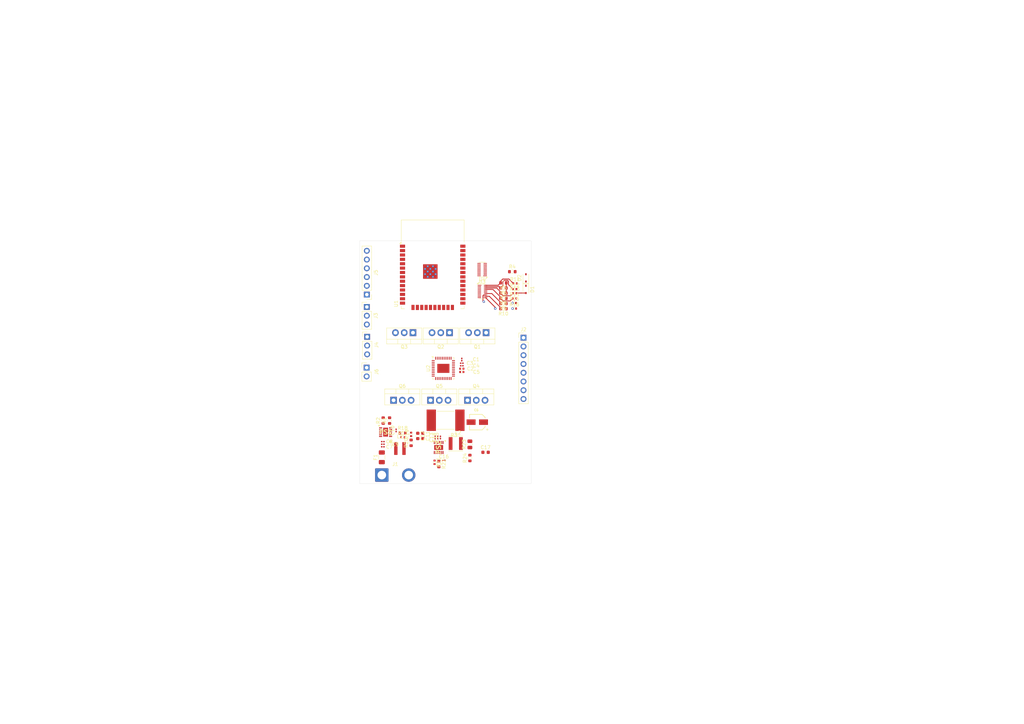
<source format=kicad_pcb>
(kicad_pcb (version 20241229) (generator "pcbnew") (generator_version "9.0")
  (layers (0 "F.Cu" mixed) (4 "In1.Cu" mixed) (6 "In2.Cu" mixed) (8 "In3.Cu" signal) (10 "In4.Cu" signal) (2 "B.Cu" mixed) (13 "F.Paste" user) (15 "B.Paste" user) (5 "F.SilkS" user "F.Silkscreen") (7 "B.SilkS" user "B.Silkscreen") (1 "F.Mask" user) (3 "B.Mask" user) (25 "Edge.Cuts" user))
  (net 0 "")
  (net 1 "/Motor/Motor IC PWR/CP1")
  (net 2 "/Motor/Motor IC PWR/CP2")
  (net 3 "/Motor/Motor IC PWR/VINT")
  (net 4 "BRAKE_GND")
  (net 5 "/Motor/Motor IC PWR/VCP")
  (net 6 "PWR_MOTOR")
  (net 7 "MOTOR_HALL_5V")
  (net 8 "Net-(PS1-BOOT)")
  (net 9 "Net-(PS1-SW_1)")
  (net 10 "Net-(PS2-SW_1)")
  (net 11 "Net-(PS2-BOOT)")
  (net 12 "DISPLAY_5V")
  (net 13 "+3.3V")
  (net 14 "/Motor/Control/Brake")
  (net 15 "Net-(D1-A)")
  (net 16 "BRAKE_SIGNAL")
  (net 17 "+BATT")
  (net 18 "MOTOR_PHASE_C")
  (net 19 "MOTOR_HALL_C")
  (net 20 "MOTOR_PHASE_A")
  (net 21 "MOTOR_HALL_A")
  (net 22 "MOTOR_HALL_B")
  (net 23 "MOTOR_PHASE_B")
  (net 24 "MCU-GPIO21")
  (net 25 "MCU-GPIO22")
  (net 26 "MCU-Boot")
  (net 27 "MCU-GPIO4")
  (net 28 "MCU-RX")
  (net 29 "MCU-TX")
  (net 30 "Net-(PS1-PG)")
  (net 32 "Net-(PS1-FB)")
  (net 33 "Net-(PS1-RT{slash}SYNC)")
  (net 34 "Net-(PS2-RT{slash}SYNC)")
  (net 36 "Net-(PS2-PG)")
  (net 37 "Net-(PS2-FB)")
  (net 38 "BLDC-IC_PHASE_A_HIGH")
  (net 39 "BLDC-IC_PHASE_B_HIGH")
  (net 40 "BLDC-IC_PHASE_C_HIGH")
  (net 41 "BLDC-IC_PHASE_A_LOW")
  (net 42 "BLDC-IC_PHASE_B_LOW")
  (net 43 "BLDC-IC_PHASE_C_LOW")
  (net 44 "BATT_Level")
  (net 45 "MCU-GPIO20")
  (net 46 "Net-(U4-B1)")
  (net 47 "Net-(U4-B2)")
  (net 48 "Net-(U4-B3)")
  (net 49 "Net-(U4-B4)")
  (net 50 "/Motor/Control/FAULT")
  (net 51 "/Motor/Control/LOCKn")
  (net 52 "/Motor/Control/Enable")
  (net 53 "/Motor/Control/Reset")
  (net 54 "/Motor/Control/Dir")
  (net 55 "/Motor/Control/FGOUT")
  (net 56 "Net-(U4-B6)")
  (net 57 "/Motor/Control/CLKIN")
  (net 58 "Net-(U4-B8)")
  (net 59 "MCU-GPIO5")
  (net 60 "MCU-GPIO26")
  (net 61 "MCU-GPIO19")
  (net 62 "MCU-GPIO12")
  (net 64 "MCU-GPIO18")
  (net 66 "MCU-GPIO33")
  (net 67 "MCU-GPIO13")
  (net 68 "MCU-GPIO2")
  (net 74 "MCU-GPIO27")
  (net 75 "MCU-GPIO25")
  (net 76 "MCU-GPIO14")
  (net 78 "MCU-GPIO16")
  (net 79 "MCU-GPIO35")
  (net 80 "MCU-GPIO34")
  (net 81 "MCU-GPIO15")
  (net 82 "MCU-GPIO17")
  (net 85 "/Motor/Control/SDATAI")
  (net 87 "/Motor/Control/SCS")
  (net 90 "/Motor/Control/SCLK")
  (footprint "Package_SON:USON-20_2x4mm_P0.4mm" (layer "F.Cu") (at 139.8 78.2 180)
    (property "Reference" "U3")
    (property "Value" "TXB0108DQSR")
  )
  (footprint "Diode_SMD:D_SOD-323" (layer "F.Cu") (at 152.5 83.95 -90)
    (property "Reference" "D1")
    (property "Value" "D")
  )
  (footprint "Resistor_SMD:R_0402_1005Metric" (layer "F.Cu") (at 119.2 126 90)
    (property "Reference" "R19")
    (property "Value" "40.2k")
  )
  (footprint "Fuse:Fuse_1206_3216Metric" (layer "F.Cu") (at 110.7 132.65 90)
    (property "Reference" "F1")
    (property "Value" "Fuse")
  )
  (footprint "Capacitor_SMD:C_0201_0603Metric" (layer "F.Cu") (at 128.7 133.5)
    (property "Reference" "C16")
    (property "Value" "100nf")
  )
  (footprint "Resistor_SMD:R_0402_1005Metric" (layer "F.Cu") (at 116.8 126.85)
    (property "Reference" "R17")
    (property "Value" "46.4k")
  )
  (footprint "Capacitor_SMD:C_0201_0603Metric" (layer "F.Cu") (at 126.95 126.9 90)
    (property "Reference" "C14")
    (property "Value" "2.2uF")
  )
  (footprint "Capacitor_SMD:C_0603_1608Metric" (layer "F.Cu") (at 140.8 131.2)
    (property "Reference" "C17")
    (property "Value" "22uF")
  )
  (footprint "Capacitor_SMD:C_0201_0603Metric" (layer "F.Cu") (at 126.2 126.9 90)
    (property "Reference" "C13")
    (property "Value" "2.2uF")
  )
  (footprint "Capacitor_SMD:C_0402_1005Metric" (layer "F.Cu") (at 133.9 107.9)
    (property "Reference" "C5")
    (property "Value" "1uf" (hide yes))
  )
  (footprint "Capacitor_SMD:C_0201_0603Metric" (layer "F.Cu") (at 114.85 124.85 90)
    (property "Reference" "C10")
    (property "Value" "100nf")
  )
  (footprint "Resistor_SMD:R_0603_1608Metric" (layer "F.Cu") (at 145.975 83.55 180)
    (property "Reference" "R6")
    (property "Value" "10k")
  )
  (footprint "Resistor_SMD:R_0402_1005Metric" (layer "F.Cu") (at 149.25 85.05)
    (property "Reference" "R13")
    (property "Value" "1k")
  )
  (footprint "Capacitor_SMD:C_0201_0603Metric" (layer "F.Cu") (at 111 128.85)
    (property "Reference" "C9")
    (property "Value" "100nF")
  )
  (footprint "Capacitor_SMD:C_0402_1005Metric" (layer "F.Cu") (at 133.9 106.95)
    (property "Reference" "C2")
    (property "Value" "1uF 6.3V cermaic" (hide yes))
  )
  (footprint "Resistor_SMD:R_0603_1608Metric" (layer "F.Cu") (at 136.25 132.85 90)
    (property "Reference" "R24")
    (property "Value" "10k")
  )
  (footprint "Capacitor_SMD:C_0201_0603Metric" (layer "F.Cu") (at 133.9 106.1)
    (property "Reference" "C4")
    (property "Value" "0.1uF ceramic" (hide yes))
  )
  (footprint "Resistor_SMD:R_0603_1608Metric" (layer "F.Cu") (at 145.975 86.55 180)
    (property "Reference" "R8")
    (property "Value" "10k")
  )
  (footprint "Resistor_SMD:R_0402_1005Metric" (layer "F.Cu") (at 149.2 86.55)
    (property "Reference" "R14")
    (property "Value" "1k")
  )
  (footprint "Resistor_SMD:R_0603_1608Metric" (layer "F.Cu") (at 145.975 82.05 180)
    (property "Reference" "R5")
    (property "Value" "10k")
  )
  (footprint "Resistor_SMD:R_0603_1608Metric" (layer "F.Cu") (at 112.95 122 90)
    (property "Reference" "R1")
    (property "Value" "10k")
  )
  (footprint "WSLP39212L500FEA:RES_WSLP39212L500FEA" (layer "F.Cu") (at 129.2 121.9 180)
    (property "Reference" "R3")
    (property "Value" "WSLP39212L500FEA" (hide yes))
  )
  (footprint "Diode_SMD:D_SOD-323" (layer "F.Cu") (at 152.5 80.6 90)
    (property "Reference" "D2")
    (property "Value" "D")
  )
  (footprint "Resistor_SMD:R_0603_1608Metric" (layer "F.Cu") (at 127.25 134.6 -90)
    (property "Reference" "R22")
    (property "Value" "10k")
  )
  (footprint "Resistor_SMD:R_0402_1005Metric" (layer "F.Cu") (at 149.35 82.2)
    (property "Reference" "R11")
    (property "Value" "1k")
  )
  (footprint "Capacitor_SMD:C_0201_0603Metric" (layer "F.Cu") (at 111 128.1)
    (property "Reference" "C8")
    (property "Value" "2.2uF")
  )
  (footprint "Capacitor_SMD:C_0201_0603Metric" (layer "F.Cu") (at 133.9 104.3 -90)
    (property "Reference" "C1")
    (property "Value" "0.1uF 35v" (hide yes))
  )
  (footprint "Capacitor_SMD:C_0201_0603Metric" (layer "F.Cu") (at 127.7 126.9 90)
    (property "Reference" "C15")
    (property "Value" "100nF")
  )
  (footprint "Connector_Wire:SolderWire-2sqmm_1x02_P7.8mm_D2mm_OD3.9mm" (layer "F.Cu") (at 110.7 137.8)
    (property "Reference" "J1")
    (property "Value" "XT80 Male")
  )
  (footprint "LMR380:SON50P300X300X80-13N" (layer "F.Cu") (at 127.1875 129.8 -90)
    (property "Reference" "PS2")
    (property "Value" "LMR38025SQDRRRQ1" (hide yes))
  )
  (footprint "Resistor_SMD:R_0603_1608Metric" (layer "F.Cu") (at 145.975 85.05 180)
    (property "Reference" "R7")
    (property "Value" "10k")
  )
  (footprint "PA4332_152NLT:IND_PA4332.152NLT" (layer "F.Cu") (at 132.15 128.65)
    (property "Reference" "L2")
    (property "Value" "L")
  )
  (footprint "Package_TO_SOT_THT:TO-220-3_Vertical" (layer "F.Cu") (at 124.835 116.1)
    (property "Reference" "Q5")
    (property "Value" "PHASE B LOW")
  )
  (footprint "Connector_PinHeader_2.54mm:PinHeader_1x06_P2.54mm_Vertical" (layer "F.Cu") (at 106.35 85.45 180)
    (property "Reference" "J5")
    (property "Value" "Display Conn")
  )
  (footprint "Capacitor_SMD:C_0201_0603Metric" (layer "F.Cu") (at 133.9 105.35)
    (property "Reference" "C3")
    (property "Value" "0.1uF ceramic" (hide yes))
  )
  (footprint "Capacitor_SMD:C_0603_1608Metric" (layer "F.Cu") (at 122.6 126.45 -90)
    (property "Reference" "C11")
    (property "Value" "22uF")
  )
  (footprint "Package_TO_SOT_THT:TO-220-3_Vertical" (layer "F.Cu") (at 140.95 96.5 180)
    (property "Reference" "Q1")
    (property "Value" "PHASE A HIGH")
  )
  (footprint "Resistor_SMD:R_0402_1005Metric" (layer "F.Cu") (at 149.25 83.85)
    (property "Reference" "R12")
    (property "Value" "1k")
  )
  (footprint "Resistor_SMD:R_0603_1608Metric" (layer "F.Cu") (at 145.975 89.55 180)
    (property "Reference" "R10")
    (property "Value" "10k")
  )
  (footprint "LMR380:SON50P300X300X80-13N" (layer "F.Cu") (at 111.8 125.35)
    (property "Reference" "PS1")
    (property "Value" "LMR38025SQDRRRQ1" (hide yes))
  )
  (footprint "Resistor_SMD:R_0805_2012Metric" (layer "F.Cu") (at 136.25 128.9 90)
    (property "Reference" "R23")
    (property "Value" "23.2k")
  )
  (footprint "Capacitor_SMD:C_0603_1608Metric" (layer "F.Cu") (at 121.13 126.45 -90)
    (property "Reference" "C12")
    (property "Value" "22uF")
  )
  (footprint "74438357082:WE-MAPI_4030" (layer "F.Cu") (at 115.95 130.1)
    (property "Reference" "L1")
    (property "Value" "8.2uH 68mOhm")
  )
  (footprint "Resistor_SMD:R_0603_1608Metric" (layer "F.Cu") (at 116.75 125.6)
    (property "Reference" "R18")
    (property "Value" "10k")
  )
  (footprint "Package_TO_SOT_THT:TO-220-3_Vertical" (layer "F.Cu") (at 130.345 96.5 180)
    (property "Reference" "Q2")
    (property "Value" "PHASE B HIGH")
  )
  (footprint "Resistor_SMD:R_0402_1005Metric" (layer "F.Cu") (at 149.1 87.9)
    (property "Reference" "R15")
    (property "Value" "1k")
  )
  (footprint "Resistor_SMD:R_0603_1608Metric" (layer "F.Cu") (at 145.975 88.05 180)
    (property "Reference" "R9")
    (property "Value" "10k")
  )
  (footprint "Resistor_SMD:R_0402_1005Metric" (layer "F.Cu") (at 126 134.1 -90)
    (property "Reference" "R21")
    (property "Value" "21.5k")
  )
  (footprint "Resistor_SMD:R_0603_1608Metric" (layer "F.Cu") (at 148.55 78.8)
    (property "Reference" "R4")
    (property "Value" "10k")
  )
  (footprint "Connector_PinHeader_2.54mm:PinHeader_1x03_P2.54mm_Vertical" (layer "F.Cu") (at 106.45 97.7)
    (property "Reference" "J4")
    (property "Value" "PAS Conn")
  )
  (footprint "Resistor_SMD:R_0402_1005Metric" (layer "F.Cu") (at 149.15 89.5)
    (property "Reference" "R16")
    (property "Value" "1k")
  )
  (footprint "Capacitor_SMD:C_0201_0603Metric" (layer "F.Cu") (at 111 129.6)
    (property "Reference" "C7")
    (property "Value" "2.2uF")
  )
  (footprint "Connector_PinHeader_2.54mm:PinHeader_1x03_P2.54mm_Vertical" (layer "F.Cu") (at 106.35 89.04)
    (property "Reference" "J3")
    (property "Value" "Throttle Conn")
  )
  (footprint "Package_DFN_QFN:Texas_RHA0040E_VQFN-40-1EP_6x6mm_P0.5mm_EP3.52x2.62mm" (layer "F.Cu") (at 128.55 106.85)
    (property "Reference" "U2")
    (property "Value" "DRV8308")
  )
  (footprint "RF_Module:ESP32-WROOM-32" (layer "F.Cu") (at 125.455 79.67)
    (property "Reference" "U1")
    (property "Value" "ESP32-WROOM-32")
  )
  (footprint "Connector_PinHeader_2.54mm:PinHeader_1x08_P2.54mm_Vertical" (layer "F.Cu") (at 151.8 97.96)
    (property "Reference" "J2")
    (property "Value" "Motor Conn")
  )
  (footprint "Package_TO_SOT_THT:TO-220-3_Vertical" (layer "F.Cu") (at 135.56 116.1)
    (property "Reference" "Q4")
    (property "Value" "PHASE A LOW")
  )
  (footprint "865080340001:WCAP-ASLI_4X5.5_DXL_" (layer "F.Cu") (at 138.4 122.45)
    (property "Reference" "C6")
    (property "Value" "WCAP-ASLI_4X5.5")
  )
  (footprint "Resistor_SMD:R_0603_1608Metric" (layer "F.Cu") (at 111.1 122 90)
    (property "Reference" "R2")
    (property "Value" "180k")
  )
  (footprint "Connector_PinHeader_2.54mm:PinHeader_1x02_P2.54mm_Vertical" (layer "F.Cu") (at 106.3 106.64)
    (property "Reference" "J6")
    (property "Value" "Brake Conn")
  )
  (footprint "Package_SON:USON-20_2x4mm_P0.4mm" (layer "F.Cu") (at 139.9 84.55)
    (property "Reference" "U4")
    (property "Value" "TXB0108DQSR")
  )
  (footprint "Resistor_SMD:R_0603_1608Metric" (layer "F.Cu") (at 119.2 128.45 90)
    (property "Reference" "R20")
    (property "Value" "10k")
  )
  (footprint "Package_TO_SOT_THT:TO-220-3_Vertical" (layer "F.Cu") (at 114.11 116.1)
    (property "Reference" "Q6")
    (property "Value" "PHASE C LOW")
  )
  (footprint "Package_TO_SOT_THT:TO-220-3_Vertical" (layer "F.Cu") (at 119.74 96.5 180)
    (property "Reference" "Q3")
    (property "Value" "PHASE C HIGH")
  )
  (gr_rect (start 104.255 69.87) (end 154.03 140.25) (stroke (width 0.05)) (fill no) (layer "Edge.Cuts"))
  (segment (start 146.8 83.55) (end 146.8 85.05) (width 0.254) (layer "F.Cu") (net 7))
  (segment (start 146.8 83.55) (end 146.8 82.05) (width 0.254) (layer "F.Cu") (net 7))
  (segment (start 149.81 85) (end 149.76 85.05) (width 0.254) (layer "F.Cu") (net 15))
  (segment (start 152.5 85) (end 149.81 85) (width 0.254) (layer "F.Cu") (net 15))
  (segment (start 145.15 82.05) (end 145.3 82.05) (width 0.254) (layer "F.Cu") (net 46))
  (segment (start 145.787 80.938) (end 145.15 81.575) (width 0.254) (layer "F.Cu") (net 46))
  (segment (start 140.8 82.75) (end 144.45 82.75) (width 0.254) (layer "F.Cu") (net 46))
  (segment (start 147.578 80.938) (end 145.787 80.938) (width 0.254) (layer "F.Cu") (net 46))
  (segment (start 145.15 81.575) (end 145.15 82.05) (width 0.254) (layer "F.Cu") (net 46))
  (segment (start 144.45 82.75) (end 145.15 82.05) (width 0.254) (layer "F.Cu") (net 46))
  (segment (start 148.84 82.2) (end 147.578 80.938) (width 0.254) (layer "F.Cu") (net 46))
  (segment (start 144.75 83.15) (end 145.15 83.55) (width 0.254) (layer "F.Cu") (net 47))
  (segment (start 140.8 83.15) (end 144.75 83.15) (width 0.254) (layer "F.Cu") (net 47))
  (segment (start 148.74 83.85) (end 147.455 82.565) (width 0.254) (layer "F.Cu") (net 47))
  (segment (start 146.23 81.32) (end 145.805 81.745) (width 0.254) (layer "F.Cu") (net 47))
  (segment (start 147.19401 81.32) (end 146.23 81.32) (width 0.254) (layer "F.Cu") (net 47))
  (segment (start 147.455 82.565) (end 147.455 81.58099) (width 0.254) (layer "F.Cu") (net 47))
  (segment (start 145.805 82.895) (end 145.15 83.55) (width 0.254) (layer "F.Cu") (net 47))
  (segment (start 145.805 81.745) (end 145.805 82.895) (width 0.254) (layer "F.Cu") (net 47))
  (segment (start 147.455 81.58099) (end 147.19401 81.32) (width 0.254) (layer "F.Cu") (net 47))
  (segment (start 148.74 85.05) (end 148.01 85.78) (width 0.254) (layer "F.Cu") (net 48))
  (segment (start 144.02599 83.55) (end 145.15 84.67401) (width 0.254) (layer "F.Cu") (net 48))
  (segment (start 140.8 83.55) (end 144.02599 83.55) (width 0.254) (layer "F.Cu") (net 48))
  (segment (start 145.88 85.78) (end 145.15 85.05) (width 0.254) (layer "F.Cu") (net 48))
  (segment (start 148.01 85.78) (end 145.88 85.78) (width 0.254) (layer "F.Cu") (net 48))
  (segment (start 145.15 84.67401) (end 145.15 85.05) (width 0.254) (layer "F.Cu") (net 48))
  (segment (start 142.92599 83.95) (end 145.15 86.17401) (width 0.254) (layer "F.Cu") (net 49))
  (segment (start 145.15 86.17401) (end 145.15 86.55) (width 0.254) (layer "F.Cu") (net 49))
  (segment (start 140.8 83.95) (end 142.92599 83.95) (width 0.254) (layer "F.Cu") (net 49))
  (segment (start 147.96 87.28) (end 145.88 87.28) (width 0.254) (layer "F.Cu") (net 49))
  (segment (start 145.88 87.28) (end 145.15 86.55) (width 0.254) (layer "F.Cu") (net 49))
  (segment (start 148.69 86.55) (end 147.96 87.28) (width 0.254) (layer "F.Cu") (net 49))
  (segment (start 142.6 85.15) (end 145.15 87.7) (width 0.254) (layer "F.Cu") (net 50))
  (segment (start 145.15 87.7) (end 145.15 88.05) (width 0.254) (layer "F.Cu") (net 50))
  (segment (start 140.8 85.15) (end 142.6 85.15) (width 0.254) (layer "F.Cu") (net 50))
  (segment (start 141.9 85.95) (end 145.15 89.2) (width 0.254) (layer "F.Cu") (net 51))
  (segment (start 145.15 89.2) (end 145.15 89.55) (width 0.254) (layer "F.Cu") (net 51))
  (segment (start 140.8 85.95) (end 141.9 85.95) (width 0.254) (layer "F.Cu") (net 51))
  (segment (start 140.045 85.772278) (end 140.045 87.245) (width 0.254) (layer "F.Cu") (net 56))
  (segment (start 140.045 87.245) (end 140.3 87.5) (width 0.254) (layer "F.Cu") (net 56))
  (segment (start 140.267278 85.55) (end 140.045 85.772278) (width 0.254) (layer "F.Cu") (net 56))
  (segment (start 140.8 85.55) (end 140.267278 85.55) (width 0.254) (layer "F.Cu") (net 56))
  (via (at 148.59 87.9) (size 0.6858) (drill 0.3302) (layers "F.Cu" "B.Cu") (net 56))
  (via (at 140.3 87.5) (size 0.6858) (drill 0.3302) (layers "F.Cu" "B.Cu") (net 56))
  (segment (start 140.8 86.35) (end 143.6 89.15) (width 0.254) (layer "F.Cu") (net 58))
  (segment (start 143.6 89.15) (end 143.6 89.5) (width 0.254) (layer "F.Cu") (net 58))
  (via (at 143.6 89.5) (size 0.6858) (drill 0.3302) (layers "F.Cu" "B.Cu") (net 58))
  (via (at 148.64 89.5) (size 0.6858) (drill 0.3302) (layers "F.Cu" "B.Cu") (net 58))
)
</source>
